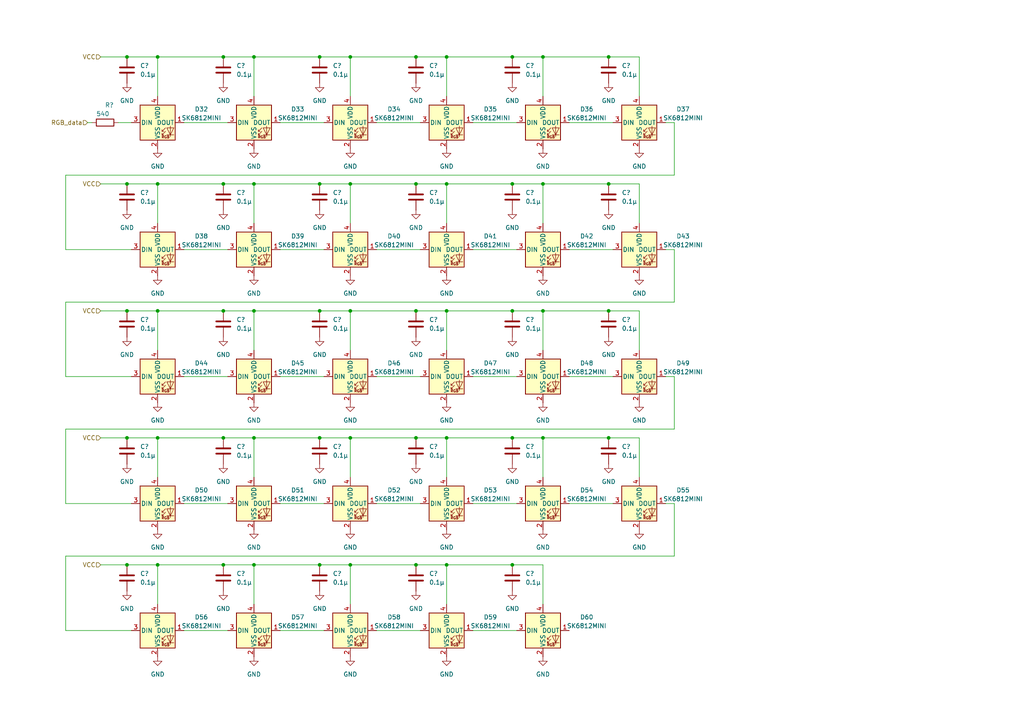
<source format=kicad_sch>
(kicad_sch (version 20230121) (generator eeschema)
  (paper "A4")
  (lib_symbols
    (symbol "Device:C" (pin_numbers hide) (pin_names (offset 0.254))
      (property "Reference" "C" (at 0.635 2.54 0))
      (property "Value" "C" (at 0.635 -2.54 0))
      (symbol "C_0_1"
        (polyline (pts (xy -2.032 -0.762) (xy 2.032 -0.762)) (stroke (width 0.508)))
        (polyline (pts (xy -2.032 0.762) (xy 2.032 0.762)) (stroke (width 0.508)))
      )
      (symbol "C_1_1"
        (pin passive line (at 0 3.81 270) (length 2.794) (name "~") (number "1"))
        (pin passive line (at 0 -3.81 90) (length 2.794) (name "~") (number "2"))
      )
    )
    (symbol "Device:R" (pin_numbers hide) (pin_names (offset 0))
      (property "Reference" "R" (at 2.032 0 90))
      (property "Value" "R" (at 0 0 90))
      (symbol "R_0_1"
        (rectangle (start -1.016 -2.54) (end 1.016 2.54) (stroke (width 0.254)))
      )
      (symbol "R_1_1"
        (pin passive line (at 0 3.81 270) (length 1.27) (name "~") (number "1"))
        (pin passive line (at 0 -3.81 90) (length 1.27) (name "~") (number "2"))
      )
    )
    (symbol "LED:SK6812MINI" (pin_names (offset 0.254))
      (property "Reference" "D" (at 5.08 5.715 0))
      (property "Value" "SK6812MINI" (at 1.27 -5.715 0))
      (symbol "SK6812MINI_0_0"
        (text "RGB" (at 2.286 -4.191 0) (effects (font (size 0.762 0.762))))
      )
      (symbol "SK6812MINI_0_1"
        (polyline (pts (xy 1.27 -3.556) (xy 1.778 -3.556)))
        (polyline (pts (xy 1.27 -2.54) (xy 1.778 -2.54)))
        (polyline (pts (xy 4.699 -3.556) (xy 2.667 -3.556)))
        (polyline (pts (xy 2.286 -2.54) (xy 1.27 -3.556) (xy 1.27 -3.048)))
        (polyline (pts (xy 2.286 -1.524) (xy 1.27 -2.54) (xy 1.27 -2.032)))
        (polyline (pts (xy 3.683 -1.016) (xy 3.683 -3.556) (xy 3.683 -4.064)))
        (polyline (pts (xy 4.699 -1.524) (xy 2.667 -1.524) (xy 3.683 -3.556) (xy 4.699 -1.524)))
        (rectangle (start 5.08 5.08) (end -5.08 -5.08) (stroke (width 0.254)) (fill (type background)))
      )
      (symbol "SK6812MINI_1_1"
        (pin output line (at 7.62 0 180) (length 2.54) (name "DOUT") (number "1"))
        (pin power_in line (at 0 -7.62 90) (length 2.54) (name "VSS") (number "2"))
        (pin input line (at -7.62 0 0) (length 2.54) (name "DIN") (number "3"))
        (pin power_in line (at 0 7.62 270) (length 2.54) (name "VDD") (number "4"))
      )
    )
    (symbol "power:GND" (power) (pin_names (offset 0))
      (property "Value" "GND" (at 0 -3.81 0))
      (symbol "GND_0_1"
        (polyline (pts (xy 0 0) (xy 0 -1.27) (xy 1.27 -1.27) (xy 0 -2.54) (xy -1.27 -1.27) (xy 0 -1.27)))
      )
      (symbol "GND_1_1"
        (pin power_in line (at 0 0 270) (length 0) hide (name "GND") (number "1"))
      )
    )
  )
  (junction (at 73.66 16.51))
  (junction (at 129.54 53.34))
  (junction (at 120.65 16.51))
  (junction (at 36.83 53.34))
  (junction (at 176.53 53.34))
  (junction (at 101.6 16.51))
  (junction (at 64.77 53.34))
  (junction (at 45.72 163.83))
  (junction (at 157.48 127))
  (junction (at 176.53 90.17))
  (junction (at 45.72 90.17))
  (junction (at 64.77 16.51))
  (junction (at 36.83 127))
  (junction (at 148.59 90.17))
  (junction (at 92.71 53.34))
  (junction (at 120.65 163.83))
  (junction (at 101.6 90.17))
  (junction (at 120.65 90.17))
  (junction (at 129.54 16.51))
  (junction (at 73.66 90.17))
  (junction (at 157.48 16.51))
  (junction (at 148.59 53.34))
  (junction (at 129.54 90.17))
  (junction (at 148.59 16.51))
  (junction (at 64.77 127))
  (junction (at 120.65 53.34))
  (junction (at 92.71 163.83))
  (junction (at 101.6 53.34))
  (junction (at 148.59 127))
  (junction (at 45.72 16.51))
  (junction (at 36.83 90.17))
  (junction (at 92.71 90.17))
  (junction (at 45.72 53.34))
  (junction (at 45.72 127))
  (junction (at 36.83 16.51))
  (junction (at 176.53 127))
  (junction (at 73.66 53.34))
  (junction (at 73.66 127))
  (junction (at 157.48 53.34))
  (junction (at 176.53 16.51))
  (junction (at 73.66 163.83))
  (junction (at 101.6 127))
  (junction (at 92.71 16.51))
  (junction (at 101.6 163.83))
  (junction (at 64.77 90.17))
  (junction (at 120.65 127))
  (junction (at 148.59 163.83))
  (junction (at 64.77 163.83))
  (junction (at 157.48 90.17))
  (junction (at 129.54 163.83))
  (junction (at 129.54 127))
  (junction (at 36.83 163.83))
  (junction (at 92.71 127))
  (wire (pts (xy 25.4 35.56) (xy 26.67 35.56)))
  (wire (pts (xy 195.58 72.39) (xy 195.58 87.63)))
  (wire (pts (xy 165.1 109.22) (xy 177.8 109.22)))
  (wire (pts (xy 137.16 72.39) (xy 149.86 72.39)))
  (wire (pts (xy 137.16 146.05) (xy 149.86 146.05)))
  (wire (pts (xy 185.42 27.94) (xy 185.42 16.51)))
  (wire (pts (xy 193.04 109.22) (xy 195.58 109.22)))
  (wire (pts (xy 176.53 127) (xy 185.42 127)))
  (wire (pts (xy 53.34 72.39) (xy 66.04 72.39)))
  (wire (pts (xy 148.59 163.83) (xy 157.48 163.83)))
  (wire (pts (xy 185.42 64.77) (xy 185.42 53.34)))
  (wire (pts (xy 120.65 90.17) (xy 101.6 90.17)))
  (wire (pts (xy 64.77 90.17) (xy 45.72 90.17)))
  (wire (pts (xy 109.22 182.88) (xy 121.92 182.88)))
  (wire (pts (xy 157.48 138.43) (xy 157.48 127)))
  (wire (pts (xy 64.77 90.17) (xy 73.66 90.17)))
  (wire (pts (xy 64.77 53.34) (xy 73.66 53.34)))
  (wire (pts (xy 64.77 16.51) (xy 73.66 16.51)))
  (wire (pts (xy 45.72 90.17) (xy 45.72 101.6)))
  (wire (pts (xy 81.28 35.56) (xy 93.98 35.56)))
  (wire (pts (xy 64.77 127) (xy 45.72 127)))
  (wire (pts (xy 109.22 146.05) (xy 121.92 146.05)))
  (wire (pts (xy 157.48 101.6) (xy 157.48 90.17)))
  (wire (pts (xy 92.71 163.83) (xy 73.66 163.83)))
  (wire (pts (xy 165.1 35.56) (xy 177.8 35.56)))
  (wire (pts (xy 129.54 64.77) (xy 129.54 53.34)))
  (wire (pts (xy 64.77 163.83) (xy 73.66 163.83)))
  (wire (pts (xy 148.59 163.83) (xy 129.54 163.83)))
  (wire (pts (xy 73.66 64.77) (xy 73.66 53.34)))
  (wire (pts (xy 81.28 109.22) (xy 93.98 109.22)))
  (wire (pts (xy 19.05 182.88) (xy 38.1 182.88)))
  (wire (pts (xy 19.05 50.8) (xy 19.05 72.39)))
  (wire (pts (xy 129.54 175.26) (xy 129.54 163.83)))
  (wire (pts (xy 137.16 35.56) (xy 149.86 35.56)))
  (wire (pts (xy 193.04 35.56) (xy 195.58 35.56)))
  (wire (pts (xy 176.53 127) (xy 157.48 127)))
  (wire (pts (xy 157.48 175.26) (xy 157.48 163.83)))
  (wire (pts (xy 45.72 163.83) (xy 45.72 175.26)))
  (wire (pts (xy 53.34 35.56) (xy 66.04 35.56)))
  (wire (pts (xy 148.59 90.17) (xy 157.48 90.17)))
  (wire (pts (xy 92.71 163.83) (xy 101.6 163.83)))
  (wire (pts (xy 92.71 16.51) (xy 101.6 16.51)))
  (wire (pts (xy 36.83 127) (xy 45.72 127)))
  (wire (pts (xy 45.72 16.51) (xy 45.72 27.94)))
  (wire (pts (xy 73.66 138.43) (xy 73.66 127)))
  (wire (pts (xy 176.53 16.51) (xy 157.48 16.51)))
  (wire (pts (xy 92.71 90.17) (xy 73.66 90.17)))
  (wire (pts (xy 64.77 127) (xy 73.66 127)))
  (wire (pts (xy 148.59 127) (xy 157.48 127)))
  (wire (pts (xy 29.21 53.34) (xy 36.83 53.34)))
  (wire (pts (xy 176.53 90.17) (xy 157.48 90.17)))
  (wire (pts (xy 120.65 53.34) (xy 101.6 53.34)))
  (wire (pts (xy 148.59 90.17) (xy 129.54 90.17)))
  (wire (pts (xy 64.77 53.34) (xy 45.72 53.34)))
  (wire (pts (xy 92.71 53.34) (xy 73.66 53.34)))
  (wire (pts (xy 19.05 72.39) (xy 38.1 72.39)))
  (wire (pts (xy 129.54 101.6) (xy 129.54 90.17)))
  (wire (pts (xy 53.34 182.88) (xy 66.04 182.88)))
  (wire (pts (xy 195.58 161.29) (xy 19.05 161.29)))
  (wire (pts (xy 129.54 138.43) (xy 129.54 127)))
  (wire (pts (xy 185.42 138.43) (xy 185.42 127)))
  (wire (pts (xy 92.71 16.51) (xy 73.66 16.51)))
  (wire (pts (xy 73.66 101.6) (xy 73.66 90.17)))
  (wire (pts (xy 92.71 127) (xy 101.6 127)))
  (wire (pts (xy 101.6 64.77) (xy 101.6 53.34)))
  (wire (pts (xy 64.77 163.83) (xy 45.72 163.83)))
  (wire (pts (xy 120.65 16.51) (xy 129.54 16.51)))
  (wire (pts (xy 137.16 109.22) (xy 149.86 109.22)))
  (wire (pts (xy 81.28 146.05) (xy 93.98 146.05)))
  (wire (pts (xy 92.71 53.34) (xy 101.6 53.34)))
  (wire (pts (xy 73.66 175.26) (xy 73.66 163.83)))
  (wire (pts (xy 45.72 53.34) (xy 45.72 64.77)))
  (wire (pts (xy 120.65 163.83) (xy 129.54 163.83)))
  (wire (pts (xy 19.05 146.05) (xy 38.1 146.05)))
  (wire (pts (xy 176.53 53.34) (xy 157.48 53.34)))
  (wire (pts (xy 19.05 87.63) (xy 19.05 109.22)))
  (wire (pts (xy 148.59 53.34) (xy 157.48 53.34)))
  (wire (pts (xy 53.34 146.05) (xy 66.04 146.05)))
  (wire (pts (xy 157.48 64.77) (xy 157.48 53.34)))
  (wire (pts (xy 45.72 127) (xy 45.72 138.43)))
  (wire (pts (xy 53.34 109.22) (xy 66.04 109.22)))
  (wire (pts (xy 81.28 182.88) (xy 93.98 182.88)))
  (wire (pts (xy 109.22 109.22) (xy 121.92 109.22)))
  (wire (pts (xy 176.53 53.34) (xy 185.42 53.34)))
  (wire (pts (xy 148.59 53.34) (xy 129.54 53.34)))
  (wire (pts (xy 193.04 146.05) (xy 195.58 146.05)))
  (wire (pts (xy 148.59 16.51) (xy 129.54 16.51)))
  (wire (pts (xy 92.71 127) (xy 73.66 127)))
  (wire (pts (xy 101.6 101.6) (xy 101.6 90.17)))
  (wire (pts (xy 29.21 163.83) (xy 36.83 163.83)))
  (wire (pts (xy 195.58 109.22) (xy 195.58 124.46)))
  (wire (pts (xy 29.21 127) (xy 36.83 127)))
  (wire (pts (xy 36.83 90.17) (xy 45.72 90.17)))
  (wire (pts (xy 120.65 90.17) (xy 129.54 90.17)))
  (wire (pts (xy 195.58 146.05) (xy 195.58 161.29)))
  (wire (pts (xy 120.65 16.51) (xy 101.6 16.51)))
  (wire (pts (xy 36.83 163.83) (xy 45.72 163.83)))
  (wire (pts (xy 120.65 127) (xy 129.54 127)))
  (wire (pts (xy 73.66 27.94) (xy 73.66 16.51)))
  (wire (pts (xy 157.48 27.94) (xy 157.48 16.51)))
  (wire (pts (xy 101.6 27.94) (xy 101.6 16.51)))
  (wire (pts (xy 195.58 87.63) (xy 19.05 87.63)))
  (wire (pts (xy 165.1 146.05) (xy 177.8 146.05)))
  (wire (pts (xy 19.05 109.22) (xy 38.1 109.22)))
  (wire (pts (xy 120.65 53.34) (xy 129.54 53.34)))
  (wire (pts (xy 165.1 72.39) (xy 177.8 72.39)))
  (wire (pts (xy 137.16 182.88) (xy 149.86 182.88)))
  (wire (pts (xy 92.71 90.17) (xy 101.6 90.17)))
  (wire (pts (xy 185.42 101.6) (xy 185.42 90.17)))
  (wire (pts (xy 195.58 50.8) (xy 19.05 50.8)))
  (wire (pts (xy 81.28 72.39) (xy 93.98 72.39)))
  (wire (pts (xy 195.58 35.56) (xy 195.58 50.8)))
  (wire (pts (xy 34.29 35.56) (xy 38.1 35.56)))
  (wire (pts (xy 36.83 53.34) (xy 45.72 53.34)))
  (wire (pts (xy 195.58 124.46) (xy 19.05 124.46)))
  (wire (pts (xy 29.21 16.51) (xy 36.83 16.51)))
  (wire (pts (xy 101.6 138.43) (xy 101.6 127)))
  (wire (pts (xy 109.22 35.56) (xy 121.92 35.56)))
  (wire (pts (xy 64.77 16.51) (xy 45.72 16.51)))
  (wire (pts (xy 120.65 163.83) (xy 101.6 163.83)))
  (wire (pts (xy 29.21 90.17) (xy 36.83 90.17)))
  (wire (pts (xy 193.04 72.39) (xy 195.58 72.39)))
  (wire (pts (xy 176.53 16.51) (xy 185.42 16.51)))
  (wire (pts (xy 19.05 161.29) (xy 19.05 182.88)))
  (wire (pts (xy 109.22 72.39) (xy 121.92 72.39)))
  (wire (pts (xy 120.65 127) (xy 101.6 127)))
  (wire (pts (xy 176.53 90.17) (xy 185.42 90.17)))
  (wire (pts (xy 101.6 175.26) (xy 101.6 163.83)))
  (wire (pts (xy 19.05 124.46) (xy 19.05 146.05)))
  (wire (pts (xy 36.83 16.51) (xy 45.72 16.51)))
  (wire (pts (xy 148.59 16.51) (xy 157.48 16.51)))
  (wire (pts (xy 129.54 27.94) (xy 129.54 16.51)))
  (wire (pts (xy 148.59 127) (xy 129.54 127)))
  (hierarchical_label "VCC" (shape input) (at 29.21 53.34 180))
  (hierarchical_label "VCC" (shape input) (at 29.21 16.51 180))
  (hierarchical_label "VCC" (shape input) (at 29.21 90.17 180))
  (hierarchical_label "VCC" (shape input) (at 29.21 163.83 180))
  (hierarchical_label "VCC" (shape input) (at 29.21 127 180))
  (hierarchical_label "RGB_data" (shape input) (at 25.4 35.56 180))
  (symbol (lib_id "LED:SK6812MINI") (at 45.72 146.05 0) (unit 1)
    (property "Reference" "D50" (at 58.42 142.1639 0))
    (property "Value" "SK6812MINI" (at 58.42 144.7039 0))
    (property "Footprint" "LED_SMD:LED_SK6812MINI_PLCC4_3.5x3.5mm_P1.75mm" (effects hide))
    (property "Datasheet" "https://cdn-shop.adafruit.com/product-files/2686/SK6812MINI_REV.01-1-2.pdf" (effects hide))
  )
  (symbol (lib_id "Device:C") (at 148.59 167.64 0) (unit 1)
    (property "Reference" "C?" (at 152.4 166.37 0) (effects (justify left)))
    (property "Value" "0.1µ" (at 152.4 168.91 0) (effects (justify left)))
    (instances (project "Lily58" (path "" (reference "C?") (unit 1)) (path "" (reference "C129") (unit 1))))
  )
  (symbol (lib_id "LED:SK6812MINI") (at 157.48 146.05 0) (unit 1)
    (property "Reference" "D54" (at 170.18 142.1639 0))
    (property "Value" "SK6812MINI" (at 170.18 144.7039 0))
    (property "Footprint" "LED_SMD:LED_SK6812MINI_PLCC4_3.5x3.5mm_P1.75mm" (effects hide))
    (property "Datasheet" "https://cdn-shop.adafruit.com/product-files/2686/SK6812MINI_REV.01-1-2.pdf" (effects hide))
  )
  (symbol (lib_id "LED:SK6812MINI") (at 157.48 109.22 0) (unit 1)
    (property "Reference" "D48" (at 170.18 105.3339 0))
    (property "Value" "SK6812MINI" (at 170.18 107.8739 0))
    (property "Footprint" "LED_SMD:LED_SK6812MINI_PLCC4_3.5x3.5mm_P1.75mm" (effects hide))
    (property "Datasheet" "https://cdn-shop.adafruit.com/product-files/2686/SK6812MINI_REV.01-1-2.pdf" (effects hide))
  )
  (symbol (lib_id "Device:C") (at 36.83 57.15 0) (unit 1)
    (property "Reference" "C?" (at 40.64 55.88 0) (effects (justify left)))
    (property "Value" "0.1µ" (at 40.64 58.42 0) (effects (justify left)))
    (instances (project "Lily58" (path "" (reference "C?") (unit 1)) (path "" (reference "C107") (unit 1))))
  )
  (symbol (lib_id "power:GND") (at 176.53 60.96 0) (unit 1)
    (property "Reference" "#PWR?" (effects hide))
    (property "Value" "GND" (at 176.53 66.04 0))
    (instances (project "Lily58" (path "" (reference "#PWR?") (unit 1)) (path "" (reference "#PWR065") (unit 1))))
  )
  (symbol (lib_id "power:GND") (at 148.59 134.62 0) (unit 1)
    (property "Reference" "#PWR?" (effects hide))
    (property "Value" "GND" (at 148.59 139.7 0))
    (instances (project "Lily58" (path "" (reference "#PWR?") (unit 1)) (path "" (reference "#PWR089") (unit 1))))
  )
  (symbol (lib_id "Device:C") (at 64.77 57.15 0) (unit 1)
    (property "Reference" "C?" (at 68.58 55.88 0) (effects (justify left)))
    (property "Value" "0.1µ" (at 68.58 58.42 0) (effects (justify left)))
    (instances (project "Lily58" (path "" (reference "C?") (unit 1)) (path "" (reference "C108") (unit 1))))
  )
  (symbol (lib_id "power:GND") (at 36.83 60.96 0) (unit 1)
    (property "Reference" "#PWR?" (effects hide))
    (property "Value" "GND" (at 36.83 66.04 0))
    (instances (project "Lily58" (path "" (reference "#PWR?") (unit 1)) (path "" (reference "#PWR055") (unit 1))))
  )
  (symbol (lib_id "power:GND") (at 120.65 24.13 0) (unit 1)
    (property "Reference" "#PWR?" (effects hide))
    (property "Value" "GND" (at 120.65 29.21 0))
    (instances (project "Lily58" (path "" (reference "#PWR?") (unit 1)) (path "" (reference "#PWR051") (unit 1))))
  )
  (symbol (lib_id "power:GND") (at 129.54 116.84 0) (unit 1)
    (property "Reference" "#PWR?" (effects hide))
    (property "Value" "GND" (at 129.54 121.92 0))
    (instances (project "Lily58" (path "" (reference "#PWR?") (unit 1)) (path "" (reference "#PWR075") (unit 1))))
  )
  (symbol (lib_id "power:GND") (at 64.77 24.13 0) (unit 1)
    (property "Reference" "#PWR?" (effects hide))
    (property "Value" "GND" (at 64.77 29.21 0))
    (instances (project "Lily58" (path "" (reference "#PWR?") (unit 1)) (path "" (reference "#PWR049") (unit 1))))
  )
  (symbol (lib_id "Device:C") (at 176.53 93.98 0) (unit 1)
    (property "Reference" "C?" (at 180.34 92.71 0) (effects (justify left)))
    (property "Value" "0.1µ" (at 180.34 95.25 0) (effects (justify left)))
    (instances (project "Lily58" (path "" (reference "C?") (unit 1)) (path "" (reference "C118") (unit 1))))
  )
  (symbol (lib_id "power:GND") (at 73.66 190.5 0) (unit 1)
    (property "Reference" "#PWR?" (effects hide))
    (property "Value" "GND" (at 73.66 195.58 0))
    (instances (project "Lily58" (path "" (reference "#PWR?") (unit 1)) (path "" (reference "#PWR097") (unit 1))))
  )
  (symbol (lib_id "power:GND") (at 36.83 24.13 0) (unit 1)
    (property "Reference" "#PWR?" (effects hide))
    (property "Value" "GND" (at 36.83 29.21 0))
    (instances (project "Lily58" (path "" (reference "#PWR?") (unit 1)) (path "" (reference "#PWR042") (unit 1))))
  )
  (symbol (lib_id "power:GND") (at 157.48 190.5 0) (unit 1)
    (property "Reference" "#PWR?" (effects hide))
    (property "Value" "GND" (at 157.48 195.58 0))
    (instances (project "Lily58" (path "" (reference "#PWR?") (unit 1)) (path "" (reference "#PWR0103") (unit 1))))
  )
  (symbol (lib_id "power:GND") (at 157.48 153.67 0) (unit 1)
    (property "Reference" "#PWR?" (effects hide))
    (property "Value" "GND" (at 157.48 158.75 0))
    (instances (project "Lily58" (path "" (reference "#PWR?") (unit 1)) (path "" (reference "#PWR090") (unit 1))))
  )
  (symbol (lib_id "power:GND") (at 45.72 43.18 0) (unit 1)
    (property "Reference" "#PWR?" (effects hide))
    (property "Value" "GND" (at 45.72 48.26 0))
    (instances (project "Lily58" (path "" (reference "#PWR?") (unit 1)) (path "" (reference "#PWR043") (unit 1))))
  )
  (symbol (lib_id "power:GND") (at 36.83 134.62 0) (unit 1)
    (property "Reference" "#PWR?" (effects hide))
    (property "Value" "GND" (at 36.83 139.7 0))
    (instances (project "Lily58" (path "" (reference "#PWR?") (unit 1)) (path "" (reference "#PWR081") (unit 1))))
  )
  (symbol (lib_id "power:GND") (at 101.6 43.18 0) (unit 1)
    (property "Reference" "#PWR?" (effects hide))
    (property "Value" "GND" (at 101.6 48.26 0))
    (instances (project "Lily58" (path "" (reference "#PWR?") (unit 1)) (path "" (reference "#PWR045") (unit 1))))
  )
  (symbol (lib_id "power:GND") (at 64.77 171.45 0) (unit 1)
    (property "Reference" "#PWR?" (effects hide))
    (property "Value" "GND" (at 64.77 176.53 0))
    (instances (project "Lily58" (path "" (reference "#PWR?") (unit 1)) (path "" (reference "#PWR096") (unit 1))))
  )
  (symbol (lib_id "LED:SK6812MINI") (at 73.66 146.05 0) (unit 1)
    (property "Reference" "D51" (at 86.36 142.1639 0))
    (property "Value" "SK6812MINI" (at 86.36 144.7039 0))
    (property "Footprint" "LED_SMD:LED_SK6812MINI_PLCC4_3.5x3.5mm_P1.75mm" (effects hide))
    (property "Datasheet" "https://cdn-shop.adafruit.com/product-files/2686/SK6812MINI_REV.01-1-2.pdf" (effects hide))
  )
  (symbol (lib_id "power:GND") (at 101.6 190.5 0) (unit 1)
    (property "Reference" "#PWR?" (effects hide))
    (property "Value" "GND" (at 101.6 195.58 0))
    (instances (project "Lily58" (path "" (reference "#PWR?") (unit 1)) (path "" (reference "#PWR099") (unit 1))))
  )
  (symbol (lib_id "LED:SK6812MINI") (at 129.54 146.05 0) (unit 1)
    (property "Reference" "D53" (at 142.24 142.1639 0))
    (property "Value" "SK6812MINI" (at 142.24 144.7039 0))
    (property "Footprint" "LED_SMD:LED_SK6812MINI_PLCC4_3.5x3.5mm_P1.75mm" (effects hide))
    (property "Datasheet" "https://cdn-shop.adafruit.com/product-files/2686/SK6812MINI_REV.01-1-2.pdf" (effects hide))
  )
  (symbol (lib_id "Device:C") (at 120.65 93.98 0) (unit 1)
    (property "Reference" "C?" (at 124.46 92.71 0) (effects (justify left)))
    (property "Value" "0.1µ" (at 124.46 95.25 0) (effects (justify left)))
    (instances (project "Lily58" (path "" (reference "C?") (unit 1)) (path "" (reference "C116") (unit 1))))
  )
  (symbol (lib_id "power:GND") (at 120.65 97.79 0) (unit 1)
    (property "Reference" "#PWR?" (effects hide))
    (property "Value" "GND" (at 120.65 102.87 0))
    (instances (project "Lily58" (path "" (reference "#PWR?") (unit 1)) (path "" (reference "#PWR074") (unit 1))))
  )
  (symbol (lib_id "power:GND") (at 64.77 134.62 0) (unit 1)
    (property "Reference" "#PWR?" (effects hide))
    (property "Value" "GND" (at 64.77 139.7 0))
    (instances (project "Lily58" (path "" (reference "#PWR?") (unit 1)) (path "" (reference "#PWR083") (unit 1))))
  )
  (symbol (lib_id "Device:C") (at 92.71 167.64 0) (unit 1)
    (property "Reference" "C?" (at 96.52 166.37 0) (effects (justify left)))
    (property "Value" "0.1µ" (at 96.52 168.91 0) (effects (justify left)))
    (instances (project "Lily58" (path "" (reference "C?") (unit 1)) (path "" (reference "C127") (unit 1))))
  )
  (symbol (lib_id "power:GND") (at 73.66 80.01 0) (unit 1)
    (property "Reference" "#PWR?" (effects hide))
    (property "Value" "GND" (at 73.66 85.09 0))
    (instances (project "Lily58" (path "" (reference "#PWR?") (unit 1)) (path "" (reference "#PWR058") (unit 1))))
  )
  (symbol (lib_id "LED:SK6812MINI") (at 157.48 182.88 0) (unit 1)
    (property "Reference" "D60" (at 170.18 178.9939 0))
    (property "Value" "SK6812MINI" (at 170.18 181.5339 0))
    (property "Footprint" "LED_SMD:LED_SK6812MINI_PLCC4_3.5x3.5mm_P1.75mm" (effects hide))
    (property "Datasheet" "https://cdn-shop.adafruit.com/product-files/2686/SK6812MINI_REV.01-1-2.pdf" (effects hide))
  )
  (symbol (lib_id "power:GND") (at 64.77 97.79 0) (unit 1)
    (property "Reference" "#PWR?" (effects hide))
    (property "Value" "GND" (at 64.77 102.87 0))
    (instances (project "Lily58" (path "" (reference "#PWR?") (unit 1)) (path "" (reference "#PWR070") (unit 1))))
  )
  (symbol (lib_id "LED:SK6812MINI") (at 185.42 72.39 0) (unit 1)
    (property "Reference" "D43" (at 198.12 68.5039 0))
    (property "Value" "SK6812MINI" (at 198.12 71.0439 0))
    (property "Footprint" "LED_SMD:LED_SK6812MINI_PLCC4_3.5x3.5mm_P1.75mm" (effects hide))
    (property "Datasheet" "https://cdn-shop.adafruit.com/product-files/2686/SK6812MINI_REV.01-1-2.pdf" (effects hide))
  )
  (symbol (lib_id "power:GND") (at 129.54 153.67 0) (unit 1)
    (property "Reference" "#PWR?" (effects hide))
    (property "Value" "GND" (at 129.54 158.75 0))
    (instances (project "Lily58" (path "" (reference "#PWR?") (unit 1)) (path "" (reference "#PWR088") (unit 1))))
  )
  (symbol (lib_id "LED:SK6812MINI") (at 73.66 109.22 0) (unit 1)
    (property "Reference" "D45" (at 86.36 105.3339 0))
    (property "Value" "SK6812MINI" (at 86.36 107.8739 0))
    (property "Footprint" "LED_SMD:LED_SK6812MINI_PLCC4_3.5x3.5mm_P1.75mm" (effects hide))
    (property "Datasheet" "https://cdn-shop.adafruit.com/product-files/2686/SK6812MINI_REV.01-1-2.pdf" (effects hide))
  )
  (symbol (lib_id "power:GND") (at 64.77 60.96 0) (unit 1)
    (property "Reference" "#PWR?" (effects hide))
    (property "Value" "GND" (at 64.77 66.04 0))
    (instances (project "Lily58" (path "" (reference "#PWR?") (unit 1)) (path "" (reference "#PWR057") (unit 1))))
  )
  (symbol (lib_id "power:GND") (at 101.6 153.67 0) (unit 1)
    (property "Reference" "#PWR?" (effects hide))
    (property "Value" "GND" (at 101.6 158.75 0))
    (instances (project "Lily58" (path "" (reference "#PWR?") (unit 1)) (path "" (reference "#PWR086") (unit 1))))
  )
  (symbol (lib_id "LED:SK6812MINI") (at 101.6 182.88 0) (unit 1)
    (property "Reference" "D58" (at 114.3 178.9939 0))
    (property "Value" "SK6812MINI" (at 114.3 181.5339 0))
    (property "Footprint" "LED_SMD:LED_SK6812MINI_PLCC4_3.5x3.5mm_P1.75mm" (effects hide))
    (property "Datasheet" "https://cdn-shop.adafruit.com/product-files/2686/SK6812MINI_REV.01-1-2.pdf" (effects hide))
  )
  (symbol (lib_id "Device:C") (at 148.59 93.98 0) (unit 1)
    (property "Reference" "C?" (at 152.4 92.71 0) (effects (justify left)))
    (property "Value" "0.1µ" (at 152.4 95.25 0) (effects (justify left)))
    (instances (project "Lily58" (path "" (reference "C?") (unit 1)) (path "" (reference "C117") (unit 1))))
  )
  (symbol (lib_id "LED:SK6812MINI") (at 73.66 72.39 0) (unit 1)
    (property "Reference" "D39" (at 86.36 68.5039 0))
    (property "Value" "SK6812MINI" (at 86.36 71.0439 0))
    (property "Footprint" "LED_SMD:LED_SK6812MINI_PLCC4_3.5x3.5mm_P1.75mm" (effects hide))
    (property "Datasheet" "https://cdn-shop.adafruit.com/product-files/2686/SK6812MINI_REV.01-1-2.pdf" (effects hide))
  )
  (symbol (lib_id "LED:SK6812MINI") (at 45.72 72.39 0) (unit 1)
    (property "Reference" "D38" (at 58.42 68.5039 0))
    (property "Value" "SK6812MINI" (at 58.42 71.0439 0))
    (property "Footprint" "LED_SMD:LED_SK6812MINI_PLCC4_3.5x3.5mm_P1.75mm" (effects hide))
    (property "Datasheet" "https://cdn-shop.adafruit.com/product-files/2686/SK6812MINI_REV.01-1-2.pdf" (effects hide))
  )
  (symbol (lib_id "power:GND") (at 176.53 97.79 0) (unit 1)
    (property "Reference" "#PWR?" (effects hide))
    (property "Value" "GND" (at 176.53 102.87 0))
    (instances (project "Lily58" (path "" (reference "#PWR?") (unit 1)) (path "" (reference "#PWR078") (unit 1))))
  )
  (symbol (lib_id "power:GND") (at 92.71 134.62 0) (unit 1)
    (property "Reference" "#PWR?" (effects hide))
    (property "Value" "GND" (at 92.71 139.7 0))
    (instances (project "Lily58" (path "" (reference "#PWR?") (unit 1)) (path "" (reference "#PWR085") (unit 1))))
  )
  (symbol (lib_id "Device:R") (at 30.48 35.56 90) (unit 1)
    (property "Reference" "R?" (at 33.02 30.48 90) (effects (justify left)))
    (property "Value" "540" (at 31.75 33.02 90) (effects (justify left)))
    (instances (project "Lily58" (path "" (reference "R?") (unit 1)) (path "" (reference "RRGB1") (unit 1))))
  )
  (symbol (lib_id "Device:C") (at 176.53 130.81 0) (unit 1)
    (property "Reference" "C?" (at 180.34 129.54 0) (effects (justify left)))
    (property "Value" "0.1µ" (at 180.34 132.08 0) (effects (justify left)))
    (instances (project "Lily58" (path "" (reference "C?") (unit 1)) (path "" (reference "C124") (unit 1))))
  )
  (symbol (lib_id "power:GND") (at 176.53 134.62 0) (unit 1)
    (property "Reference" "#PWR?" (effects hide))
    (property "Value" "GND" (at 176.53 139.7 0))
    (instances (project "Lily58" (path "" (reference "#PWR?") (unit 1)) (path "" (reference "#PWR091") (unit 1))))
  )
  (symbol (lib_id "power:GND") (at 73.66 43.18 0) (unit 1)
    (property "Reference" "#PWR?" (effects hide))
    (property "Value" "GND" (at 73.66 48.26 0))
    (instances (project "Lily58" (path "" (reference "#PWR?") (unit 1)) (path "" (reference "#PWR044") (unit 1))))
  )
  (symbol (lib_id "power:GND") (at 73.66 153.67 0) (unit 1)
    (property "Reference" "#PWR?" (effects hide))
    (property "Value" "GND" (at 73.66 158.75 0))
    (instances (project "Lily58" (path "" (reference "#PWR?") (unit 1)) (path "" (reference "#PWR084") (unit 1))))
  )
  (symbol (lib_id "Device:C") (at 120.65 130.81 0) (unit 1)
    (property "Reference" "C?" (at 124.46 129.54 0) (effects (justify left)))
    (property "Value" "0.1µ" (at 124.46 132.08 0) (effects (justify left)))
    (instances (project "Lily58" (path "" (reference "C?") (unit 1)) (path "" (reference "C122") (unit 1))))
  )
  (symbol (lib_id "power:GND") (at 45.72 190.5 0) (unit 1)
    (property "Reference" "#PWR?" (effects hide))
    (property "Value" "GND" (at 45.72 195.58 0))
    (instances (project "Lily58" (path "" (reference "#PWR?") (unit 1)) (path "" (reference "#PWR095") (unit 1))))
  )
  (symbol (lib_id "Device:C") (at 148.59 57.15 0) (unit 1)
    (property "Reference" "C?" (at 152.4 55.88 0) (effects (justify left)))
    (property "Value" "0.1µ" (at 152.4 58.42 0) (effects (justify left)))
    (instances (project "Lily58" (path "" (reference "C?") (unit 1)) (path "" (reference "C111") (unit 1))))
  )
  (symbol (lib_id "LED:SK6812MINI") (at 185.42 109.22 0) (unit 1)
    (property "Reference" "D49" (at 198.12 105.3339 0))
    (property "Value" "SK6812MINI" (at 198.12 107.8739 0))
    (property "Footprint" "LED_SMD:LED_SK6812MINI_PLCC4_3.5x3.5mm_P1.75mm" (effects hide))
    (property "Datasheet" "https://cdn-shop.adafruit.com/product-files/2686/SK6812MINI_REV.01-1-2.pdf" (effects hide))
  )
  (symbol (lib_id "Device:C") (at 176.53 57.15 0) (unit 1)
    (property "Reference" "C?" (at 180.34 55.88 0) (effects (justify left)))
    (property "Value" "0.1µ" (at 180.34 58.42 0) (effects (justify left)))
    (instances (project "Lily58" (path "" (reference "C?") (unit 1)) (path "" (reference "C112") (unit 1))))
  )
  (symbol (lib_id "power:GND") (at 36.83 171.45 0) (unit 1)
    (property "Reference" "#PWR?" (effects hide))
    (property "Value" "GND" (at 36.83 176.53 0))
    (instances (project "Lily58" (path "" (reference "#PWR?") (unit 1)) (path "" (reference "#PWR094") (unit 1))))
  )
  (symbol (lib_id "power:GND") (at 120.65 134.62 0) (unit 1)
    (property "Reference" "#PWR?" (effects hide))
    (property "Value" "GND" (at 120.65 139.7 0))
    (instances (project "Lily58" (path "" (reference "#PWR?") (unit 1)) (path "" (reference "#PWR087") (unit 1))))
  )
  (symbol (lib_id "power:GND") (at 129.54 43.18 0) (unit 1)
    (property "Reference" "#PWR?" (effects hide))
    (property "Value" "GND" (at 129.54 48.26 0))
    (instances (project "Lily58" (path "" (reference "#PWR?") (unit 1)) (path "" (reference "#PWR046") (unit 1))))
  )
  (symbol (lib_id "LED:SK6812MINI") (at 157.48 72.39 0) (unit 1)
    (property "Reference" "D42" (at 170.18 68.5039 0))
    (property "Value" "SK6812MINI" (at 170.18 71.0439 0))
    (property "Footprint" "LED_SMD:LED_SK6812MINI_PLCC4_3.5x3.5mm_P1.75mm" (effects hide))
    (property "Datasheet" "https://cdn-shop.adafruit.com/product-files/2686/SK6812MINI_REV.01-1-2.pdf" (effects hide))
  )
  (symbol (lib_id "Device:C") (at 64.77 167.64 0) (unit 1)
    (property "Reference" "C?" (at 68.58 166.37 0) (effects (justify left)))
    (property "Value" "0.1µ" (at 68.58 168.91 0) (effects (justify left)))
    (instances (project "Lily58" (path "" (reference "C?") (unit 1)) (path "" (reference "C126") (unit 1))))
  )
  (symbol (lib_id "Device:C") (at 120.65 20.32 0) (unit 1)
    (property "Reference" "C?" (at 124.46 19.05 0) (effects (justify left)))
    (property "Value" "0.1µ" (at 124.46 21.59 0) (effects (justify left)))
    (instances (project "Lily58" (path "" (reference "C?") (unit 1)) (path "" (reference "C104") (unit 1))))
  )
  (symbol (lib_id "power:GND") (at 185.42 153.67 0) (unit 1)
    (property "Reference" "#PWR?" (effects hide))
    (property "Value" "GND" (at 185.42 158.75 0))
    (instances (project "Lily58" (path "" (reference "#PWR?") (unit 1)) (path "" (reference "#PWR092") (unit 1))))
  )
  (symbol (lib_id "Device:C") (at 120.65 57.15 0) (unit 1)
    (property "Reference" "C?" (at 124.46 55.88 0) (effects (justify left)))
    (property "Value" "0.1µ" (at 124.46 58.42 0) (effects (justify left)))
    (instances (project "Lily58" (path "" (reference "C?") (unit 1)) (path "" (reference "C110") (unit 1))))
  )
  (symbol (lib_id "power:GND") (at 92.71 171.45 0) (unit 1)
    (property "Reference" "#PWR?" (effects hide))
    (property "Value" "GND" (at 92.71 176.53 0))
    (instances (project "Lily58" (path "" (reference "#PWR?") (unit 1)) (path "" (reference "#PWR098") (unit 1))))
  )
  (symbol (lib_id "power:GND") (at 185.42 43.18 0) (unit 1)
    (property "Reference" "#PWR?" (effects hide))
    (property "Value" "GND" (at 185.42 48.26 0))
    (instances (project "Lily58" (path "" (reference "#PWR?") (unit 1)) (path "" (reference "#PWR048") (unit 1))))
  )
  (symbol (lib_id "power:GND") (at 101.6 116.84 0) (unit 1)
    (property "Reference" "#PWR?" (effects hide))
    (property "Value" "GND" (at 101.6 121.92 0))
    (instances (project "Lily58" (path "" (reference "#PWR?") (unit 1)) (path "" (reference "#PWR073") (unit 1))))
  )
  (symbol (lib_id "Device:C") (at 36.83 93.98 0) (unit 1)
    (property "Reference" "C?" (at 40.64 92.71 0) (effects (justify left)))
    (property "Value" "0.1µ" (at 40.64 95.25 0) (effects (justify left)))
    (instances (project "Lily58" (path "" (reference "C?") (unit 1)) (path "" (reference "C113") (unit 1))))
  )
  (symbol (lib_id "power:GND") (at 73.66 116.84 0) (unit 1)
    (property "Reference" "#PWR?" (effects hide))
    (property "Value" "GND" (at 73.66 121.92 0))
    (instances (project "Lily58" (path "" (reference "#PWR?") (unit 1)) (path "" (reference "#PWR071") (unit 1))))
  )
  (symbol (lib_id "Device:C") (at 36.83 20.32 0) (unit 1)
    (property "Reference" "C?" (at 40.64 19.05 0) (effects (justify left)))
    (property "Value" "0.1µ" (at 40.64 21.59 0) (effects (justify left)))
    (instances (project "Lily58" (path "" (reference "C?") (unit 1)) (path "" (reference "C101") (unit 1))))
  )
  (symbol (lib_id "power:GND") (at 148.59 60.96 0) (unit 1)
    (property "Reference" "#PWR?" (effects hide))
    (property "Value" "GND" (at 148.59 66.04 0))
    (instances (project "Lily58" (path "" (reference "#PWR?") (unit 1)) (path "" (reference "#PWR063") (unit 1))))
  )
  (symbol (lib_id "LED:SK6812MINI") (at 129.54 72.39 0) (unit 1)
    (property "Reference" "D41" (at 142.24 68.5039 0))
    (property "Value" "SK6812MINI" (at 142.24 71.0439 0))
    (property "Footprint" "LED_SMD:LED_SK6812MINI_PLCC4_3.5x3.5mm_P1.75mm" (effects hide))
    (property "Datasheet" "https://cdn-shop.adafruit.com/product-files/2686/SK6812MINI_REV.01-1-2.pdf" (effects hide))
  )
  (symbol (lib_id "LED:SK6812MINI") (at 129.54 109.22 0) (unit 1)
    (property "Reference" "D47" (at 142.24 105.3339 0))
    (property "Value" "SK6812MINI" (at 142.24 107.8739 0))
    (property "Footprint" "LED_SMD:LED_SK6812MINI_PLCC4_3.5x3.5mm_P1.75mm" (effects hide))
    (property "Datasheet" "https://cdn-shop.adafruit.com/product-files/2686/SK6812MINI_REV.01-1-2.pdf" (effects hide))
  )
  (symbol (lib_id "LED:SK6812MINI") (at 45.72 35.56 0) (unit 1)
    (property "Reference" "D32" (at 58.42 31.6739 0))
    (property "Value" "SK6812MINI" (at 58.42 34.2139 0))
    (property "Footprint" "LED_SMD:LED_SK6812MINI_PLCC4_3.5x3.5mm_P1.75mm" (effects hide))
    (property "Datasheet" "https://cdn-shop.adafruit.com/product-files/2686/SK6812MINI_REV.01-1-2.pdf" (effects hide))
  )
  (symbol (lib_id "power:GND") (at 185.42 116.84 0) (unit 1)
    (property "Reference" "#PWR?" (effects hide))
    (property "Value" "GND" (at 185.42 121.92 0))
    (instances (project "Lily58" (path "" (reference "#PWR?") (unit 1)) (path "" (reference "#PWR079") (unit 1))))
  )
  (symbol (lib_id "LED:SK6812MINI") (at 73.66 35.56 0) (unit 1)
    (property "Reference" "D33" (at 86.36 31.6739 0))
    (property "Value" "SK6812MINI" (at 86.36 34.2139 0))
    (property "Footprint" "LED_SMD:LED_SK6812MINI_PLCC4_3.5x3.5mm_P1.75mm" (effects hide))
    (property "Datasheet" "https://cdn-shop.adafruit.com/product-files/2686/SK6812MINI_REV.01-1-2.pdf" (effects hide))
  )
  (symbol (lib_id "Device:C") (at 92.71 20.32 0) (unit 1)
    (property "Reference" "C?" (at 96.52 19.05 0) (effects (justify left)))
    (property "Value" "0.1µ" (at 96.52 21.59 0) (effects (justify left)))
    (instances (project "Lily58" (path "" (reference "C?") (unit 1)) (path "" (reference "C103") (unit 1))))
  )
  (symbol (lib_id "Device:C") (at 120.65 167.64 0) (unit 1)
    (property "Reference" "C?" (at 124.46 166.37 0) (effects (justify left)))
    (property "Value" "0.1µ" (at 124.46 168.91 0) (effects (justify left)))
    (instances (project "Lily58" (path "" (reference "C?") (unit 1)) (path "" (reference "C128") (unit 1))))
  )
  (symbol (lib_id "power:GND") (at 157.48 43.18 0) (unit 1)
    (property "Reference" "#PWR?" (effects hide))
    (property "Value" "GND" (at 157.48 48.26 0))
    (instances (project "Lily58" (path "" (reference "#PWR?") (unit 1)) (path "" (reference "#PWR047") (unit 1))))
  )
  (symbol (lib_id "power:GND") (at 120.65 60.96 0) (unit 1)
    (property "Reference" "#PWR?" (effects hide))
    (property "Value" "GND" (at 120.65 66.04 0))
    (instances (project "Lily58" (path "" (reference "#PWR?") (unit 1)) (path "" (reference "#PWR061") (unit 1))))
  )
  (symbol (lib_id "Device:C") (at 92.71 57.15 0) (unit 1)
    (property "Reference" "C?" (at 96.52 55.88 0) (effects (justify left)))
    (property "Value" "0.1µ" (at 96.52 58.42 0) (effects (justify left)))
    (instances (project "Lily58" (path "" (reference "C?") (unit 1)) (path "" (reference "C109") (unit 1))))
  )
  (symbol (lib_id "power:GND") (at 120.65 171.45 0) (unit 1)
    (property "Reference" "#PWR?" (effects hide))
    (property "Value" "GND" (at 120.65 176.53 0))
    (instances (project "Lily58" (path "" (reference "#PWR?") (unit 1)) (path "" (reference "#PWR0100") (unit 1))))
  )
  (symbol (lib_id "power:GND") (at 92.71 97.79 0) (unit 1)
    (property "Reference" "#PWR?" (effects hide))
    (property "Value" "GND" (at 92.71 102.87 0))
    (instances (project "Lily58" (path "" (reference "#PWR?") (unit 1)) (path "" (reference "#PWR072") (unit 1))))
  )
  (symbol (lib_id "LED:SK6812MINI") (at 129.54 35.56 0) (unit 1)
    (property "Reference" "D35" (at 142.24 31.6739 0))
    (property "Value" "SK6812MINI" (at 142.24 34.2139 0))
    (property "Footprint" "LED_SMD:LED_SK6812MINI_PLCC4_3.5x3.5mm_P1.75mm" (effects hide))
    (property "Datasheet" "https://cdn-shop.adafruit.com/product-files/2686/SK6812MINI_REV.01-1-2.pdf" (effects hide))
  )
  (symbol (lib_id "Device:C") (at 92.71 93.98 0) (unit 1)
    (property "Reference" "C?" (at 96.52 92.71 0) (effects (justify left)))
    (property "Value" "0.1µ" (at 96.52 95.25 0) (effects (justify left)))
    (instances (project "Lily58" (path "" (reference "C?") (unit 1)) (path "" (reference "C115") (unit 1))))
  )
  (symbol (lib_id "LED:SK6812MINI") (at 45.72 109.22 0) (unit 1)
    (property "Reference" "D44" (at 58.42 105.3339 0))
    (property "Value" "SK6812MINI" (at 58.42 107.8739 0))
    (property "Footprint" "LED_SMD:LED_SK6812MINI_PLCC4_3.5x3.5mm_P1.75mm" (effects hide))
    (property "Datasheet" "https://cdn-shop.adafruit.com/product-files/2686/SK6812MINI_REV.01-1-2.pdf" (effects hide))
  )
  (symbol (lib_id "LED:SK6812MINI") (at 157.48 35.56 0) (unit 1)
    (property "Reference" "D36" (at 170.18 31.6739 0))
    (property "Value" "SK6812MINI" (at 170.18 34.2139 0))
    (property "Footprint" "LED_SMD:LED_SK6812MINI_PLCC4_3.5x3.5mm_P1.75mm" (effects hide))
    (property "Datasheet" "https://cdn-shop.adafruit.com/product-files/2686/SK6812MINI_REV.01-1-2.pdf" (effects hide))
  )
  (symbol (lib_id "LED:SK6812MINI") (at 101.6 109.22 0) (unit 1)
    (property "Reference" "D46" (at 114.3 105.3339 0))
    (property "Value" "SK6812MINI" (at 114.3 107.8739 0))
    (property "Footprint" "LED_SMD:LED_SK6812MINI_PLCC4_3.5x3.5mm_P1.75mm" (effects hide))
    (property "Datasheet" "https://cdn-shop.adafruit.com/product-files/2686/SK6812MINI_REV.01-1-2.pdf" (effects hide))
  )
  (symbol (lib_id "power:GND") (at 129.54 190.5 0) (unit 1)
    (property "Reference" "#PWR?" (effects hide))
    (property "Value" "GND" (at 129.54 195.58 0))
    (instances (project "Lily58" (path "" (reference "#PWR?") (unit 1)) (path "" (reference "#PWR0101") (unit 1))))
  )
  (symbol (lib_id "Device:C") (at 36.83 167.64 0) (unit 1)
    (property "Reference" "C?" (at 40.64 166.37 0) (effects (justify left)))
    (property "Value" "0.1µ" (at 40.64 168.91 0) (effects (justify left)))
    (instances (project "Lily58" (path "" (reference "C?") (unit 1)) (path "" (reference "C125") (unit 1))))
  )
  (symbol (lib_id "LED:SK6812MINI") (at 73.66 182.88 0) (unit 1)
    (property "Reference" "D57" (at 86.36 178.9939 0))
    (property "Value" "SK6812MINI" (at 86.36 181.5339 0))
    (property "Footprint" "LED_SMD:LED_SK6812MINI_PLCC4_3.5x3.5mm_P1.75mm" (effects hide))
    (property "Datasheet" "https://cdn-shop.adafruit.com/product-files/2686/SK6812MINI_REV.01-1-2.pdf" (effects hide))
  )
  (symbol (lib_id "Device:C") (at 36.83 130.81 0) (unit 1)
    (property "Reference" "C?" (at 40.64 129.54 0) (effects (justify left)))
    (property "Value" "0.1µ" (at 40.64 132.08 0) (effects (justify left)))
    (instances (project "Lily58" (path "" (reference "C?") (unit 1)) (path "" (reference "C119") (unit 1))))
  )
  (symbol (lib_id "LED:SK6812MINI") (at 185.42 35.56 0) (unit 1)
    (property "Reference" "D37" (at 198.12 31.6739 0))
    (property "Value" "SK6812MINI" (at 198.12 34.2139 0))
    (property "Footprint" "LED_SMD:LED_SK6812MINI_PLCC4_3.5x3.5mm_P1.75mm" (effects hide))
    (property "Datasheet" "https://cdn-shop.adafruit.com/product-files/2686/SK6812MINI_REV.01-1-2.pdf" (effects hide))
  )
  (symbol (lib_id "power:GND") (at 129.54 80.01 0) (unit 1)
    (property "Reference" "#PWR?" (effects hide))
    (property "Value" "GND" (at 129.54 85.09 0))
    (instances (project "Lily58" (path "" (reference "#PWR?") (unit 1)) (path "" (reference "#PWR062") (unit 1))))
  )
  (symbol (lib_id "power:GND") (at 45.72 153.67 0) (unit 1)
    (property "Reference" "#PWR?" (effects hide))
    (property "Value" "GND" (at 45.72 158.75 0))
    (instances (project "Lily58" (path "" (reference "#PWR?") (unit 1)) (path "" (reference "#PWR082") (unit 1))))
  )
  (symbol (lib_id "LED:SK6812MINI") (at 45.72 182.88 0) (unit 1)
    (property "Reference" "D56" (at 58.42 178.9939 0))
    (property "Value" "SK6812MINI" (at 58.42 181.5339 0))
    (property "Footprint" "LED_SMD:LED_SK6812MINI_PLCC4_3.5x3.5mm_P1.75mm" (effects hide))
    (property "Datasheet" "https://cdn-shop.adafruit.com/product-files/2686/SK6812MINI_REV.01-1-2.pdf" (effects hide))
  )
  (symbol (lib_id "Device:C") (at 148.59 20.32 0) (unit 1)
    (property "Reference" "C?" (at 152.4 19.05 0) (effects (justify left)))
    (property "Value" "0.1µ" (at 152.4 21.59 0) (effects (justify left)))
    (instances (project "Lily58" (path "" (reference "C?") (unit 1)) (path "" (reference "C105") (unit 1))))
  )
  (symbol (lib_id "power:GND") (at 101.6 80.01 0) (unit 1)
    (property "Reference" "#PWR?" (effects hide))
    (property "Value" "GND" (at 101.6 85.09 0))
    (instances (project "Lily58" (path "" (reference "#PWR?") (unit 1)) (path "" (reference "#PWR060") (unit 1))))
  )
  (symbol (lib_id "power:GND") (at 148.59 171.45 0) (unit 1)
    (property "Reference" "#PWR?" (effects hide))
    (property "Value" "GND" (at 148.59 176.53 0))
    (instances (project "Lily58" (path "" (reference "#PWR?") (unit 1)) (path "" (reference "#PWR0102") (unit 1))))
  )
  (symbol (lib_id "power:GND") (at 157.48 80.01 0) (unit 1)
    (property "Reference" "#PWR?" (effects hide))
    (property "Value" "GND" (at 157.48 85.09 0))
    (instances (project "Lily58" (path "" (reference "#PWR?") (unit 1)) (path "" (reference "#PWR064") (unit 1))))
  )
  (symbol (lib_id "power:GND") (at 185.42 80.01 0) (unit 1)
    (property "Reference" "#PWR?" (effects hide))
    (property "Value" "GND" (at 185.42 85.09 0))
    (instances (project "Lily58" (path "" (reference "#PWR?") (unit 1)) (path "" (reference "#PWR066") (unit 1))))
  )
  (symbol (lib_id "Device:C") (at 64.77 20.32 0) (unit 1)
    (property "Reference" "C?" (at 68.58 19.05 0) (effects (justify left)))
    (property "Value" "0.1µ" (at 68.58 21.59 0) (effects (justify left)))
    (instances (project "Lily58" (path "" (reference "C?") (unit 1)) (path "" (reference "C102") (unit 1))))
  )
  (symbol (lib_id "LED:SK6812MINI") (at 185.42 146.05 0) (unit 1)
    (property "Reference" "D55" (at 198.12 142.1639 0))
    (property "Value" "SK6812MINI" (at 198.12 144.7039 0))
    (property "Footprint" "LED_SMD:LED_SK6812MINI_PLCC4_3.5x3.5mm_P1.75mm" (effects hide))
    (property "Datasheet" "https://cdn-shop.adafruit.com/product-files/2686/SK6812MINI_REV.01-1-2.pdf" (effects hide))
  )
  (symbol (lib_id "Device:C") (at 148.59 130.81 0) (unit 1)
    (property "Reference" "C?" (at 152.4 129.54 0) (effects (justify left)))
    (property "Value" "0.1µ" (at 152.4 132.08 0) (effects (justify left)))
    (instances (project "Lily58" (path "" (reference "C?") (unit 1)) (path "" (reference "C123") (unit 1))))
  )
  (symbol (lib_id "power:GND") (at 92.71 60.96 0) (unit 1)
    (property "Reference" "#PWR?" (effects hide))
    (property "Value" "GND" (at 92.71 66.04 0))
    (instances (project "Lily58" (path "" (reference "#PWR?") (unit 1)) (path "" (reference "#PWR059") (unit 1))))
  )
  (symbol (lib_id "LED:SK6812MINI") (at 129.54 182.88 0) (unit 1)
    (property "Reference" "D59" (at 142.24 178.9939 0))
    (property "Value" "SK6812MINI" (at 142.24 181.5339 0))
    (property "Footprint" "LED_SMD:LED_SK6812MINI_PLCC4_3.5x3.5mm_P1.75mm" (effects hide))
    (property "Datasheet" "https://cdn-shop.adafruit.com/product-files/2686/SK6812MINI_REV.01-1-2.pdf" (effects hide))
  )
  (symbol (lib_id "power:GND") (at 157.48 116.84 0) (unit 1)
    (property "Reference" "#PWR?" (effects hide))
    (property "Value" "GND" (at 157.48 121.92 0))
    (instances (project "Lily58" (path "" (reference "#PWR?") (unit 1)) (path "" (reference "#PWR077") (unit 1))))
  )
  (symbol (lib_id "power:GND") (at 45.72 116.84 0) (unit 1)
    (property "Reference" "#PWR?" (effects hide))
    (property "Value" "GND" (at 45.72 121.92 0))
    (instances (project "Lily58" (path "" (reference "#PWR?") (unit 1)) (path "" (reference "#PWR069") (unit 1))))
  )
  (symbol (lib_id "Device:C") (at 176.53 20.32 0) (unit 1)
    (property "Reference" "C?" (at 180.34 19.05 0) (effects (justify left)))
    (property "Value" "0.1µ" (at 180.34 21.59 0) (effects (justify left)))
    (instances (project "Lily58" (path "" (reference "C?") (unit 1)) (path "" (reference "C106") (unit 1))))
  )
  (symbol (lib_id "LED:SK6812MINI") (at 101.6 72.39 0) (unit 1)
    (property "Reference" "D40" (at 114.3 68.5039 0))
    (property "Value" "SK6812MINI" (at 114.3 71.0439 0))
    (property "Footprint" "LED_SMD:LED_SK6812MINI_PLCC4_3.5x3.5mm_P1.75mm" (effects hide))
    (property "Datasheet" "https://cdn-shop.adafruit.com/product-files/2686/SK6812MINI_REV.01-1-2.pdf" (effects hide))
  )
  (symbol (lib_id "Device:C") (at 92.71 130.81 0) (unit 1)
    (property "Reference" "C?" (at 96.52 129.54 0) (effects (justify left)))
    (property "Value" "0.1µ" (at 96.52 132.08 0) (effects (justify left)))
    (instances (project "Lily58" (path "" (reference "C?") (unit 1)) (path "" (reference "C121") (unit 1))))
  )
  (symbol (lib_id "LED:SK6812MINI") (at 101.6 35.56 0) (unit 1)
    (property "Reference" "D34" (at 114.3 31.6739 0))
    (property "Value" "SK6812MINI" (at 114.3 34.2139 0))
    (property "Footprint" "LED_SMD:LED_SK6812MINI_PLCC4_3.5x3.5mm_P1.75mm" (effects hide))
    (property "Datasheet" "https://cdn-shop.adafruit.com/product-files/2686/SK6812MINI_REV.01-1-2.pdf" (effects hide))
  )
  (symbol (lib_id "power:GND") (at 176.53 24.13 0) (unit 1)
    (property "Reference" "#PWR?" (effects hide))
    (property "Value" "GND" (at 176.53 29.21 0))
    (instances (project "Lily58" (path "" (reference "#PWR?") (unit 1)) (path "" (reference "#PWR053") (unit 1))))
  )
  (symbol (lib_id "Device:C") (at 64.77 130.81 0) (unit 1)
    (property "Reference" "C?" (at 68.58 129.54 0) (effects (justify left)))
    (property "Value" "0.1µ" (at 68.58 132.08 0) (effects (justify left)))
    (instances (project "Lily58" (path "" (reference "C?") (unit 1)) (path "" (reference "C120") (unit 1))))
  )
  (symbol (lib_id "power:GND") (at 148.59 24.13 0) (unit 1)
    (property "Reference" "#PWR?" (effects hide))
    (property "Value" "GND" (at 148.59 29.21 0))
    (instances (project "Lily58" (path "" (reference "#PWR?") (unit 1)) (path "" (reference "#PWR052") (unit 1))))
  )
  (symbol (lib_id "LED:SK6812MINI") (at 101.6 146.05 0) (unit 1)
    (property "Reference" "D52" (at 114.3 142.1639 0))
    (property "Value" "SK6812MINI" (at 114.3 144.7039 0))
    (property "Footprint" "LED_SMD:LED_SK6812MINI_PLCC4_3.5x3.5mm_P1.75mm" (effects hide))
    (property "Datasheet" "https://cdn-shop.adafruit.com/product-files/2686/SK6812MINI_REV.01-1-2.pdf" (effects hide))
  )
  (symbol (lib_id "Device:C") (at 64.77 93.98 0) (unit 1)
    (property "Reference" "C?" (at 68.58 92.71 0) (effects (justify left)))
    (property "Value" "0.1µ" (at 68.58 95.25 0) (effects (justify left)))
    (instances (project "Lily58" (path "" (reference "C?") (unit 1)) (path "" (reference "C114") (unit 1))))
  )
  (symbol (lib_id "power:GND") (at 45.72 80.01 0) (unit 1)
    (property "Reference" "#PWR?" (effects hide))
    (property "Value" "GND" (at 45.72 85.09 0))
    (instances (project "Lily58" (path "" (reference "#PWR?") (unit 1)) (path "" (reference "#PWR056") (unit 1))))
  )
  (symbol (lib_id "power:GND") (at 148.59 97.79 0) (unit 1)
    (property "Reference" "#PWR?" (effects hide))
    (property "Value" "GND" (at 148.59 102.87 0))
    (instances (project "Lily58" (path "" (reference "#PWR?") (unit 1)) (path "" (reference "#PWR076") (unit 1))))
  )
  (symbol (lib_id "power:GND") (at 36.83 97.79 0) (unit 1)
    (property "Reference" "#PWR?" (effects hide))
    (property "Value" "GND" (at 36.83 102.87 0))
    (instances (project "Lily58" (path "" (reference "#PWR?") (unit 1)) (path "" (reference "#PWR068") (unit 1))))
  )
  (symbol (lib_id "power:GND") (at 92.71 24.13 0) (unit 1)
    (property "Reference" "#PWR?" (effects hide))
    (property "Value" "GND" (at 92.71 29.21 0))
    (instances (project "Lily58" (path "" (reference "#PWR?") (unit 1)) (path "" (reference "#PWR050") (unit 1))))
  )
)
</source>
